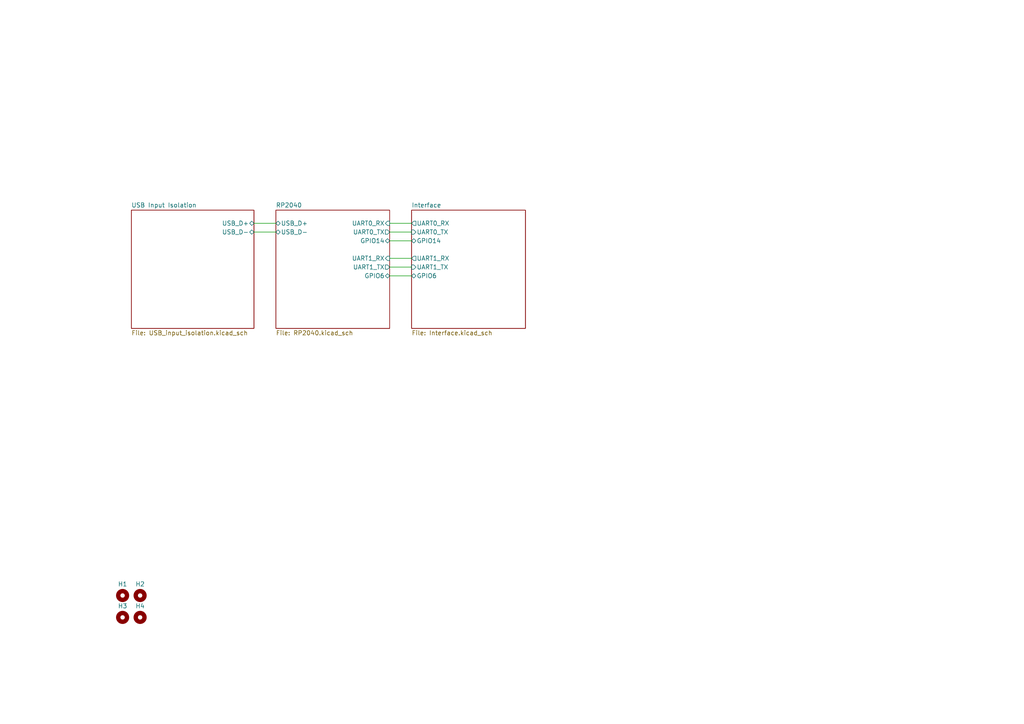
<source format=kicad_sch>
(kicad_sch (version 20250114) (generator "eeschema") (generator_version "9.0")
  (paper "A4")
  (lib_symbols
    (symbol "Mechanical:MountingHole" (pin_names (offset 1.016)) (in_bom no)
      (property "Reference" "H" (at 0 5.08 0))
      (property "Value" "MountingHole" (at 0 3.175 0))
      (symbol "MountingHole_0_1"
        (circle (center 0 0) (radius 1.27) (stroke (width 1.27)))
      )
    )
  )
  (wire (pts (xy 113.03 64.77) (xy 119.38 64.77)))
  (wire (pts (xy 113.03 80.01) (xy 119.38 80.01)))
  (wire (pts (xy 113.03 69.85) (xy 119.38 69.85)))
  (wire (pts (xy 113.03 67.31) (xy 119.38 67.31)))
  (wire (pts (xy 73.66 64.77) (xy 80.01 64.77)))
  (wire (pts (xy 113.03 74.93) (xy 119.38 74.93)))
  (wire (pts (xy 113.03 77.47) (xy 119.38 77.47)))
  (wire (pts (xy 73.66 67.31) (xy 80.01 67.31)))
  (symbol (lib_id "Mechanical:MountingHole") (at 35.56 172.72 0) (unit 1) (in_bom no)
    (property "Reference" "H1" (at 35.56 169.418 0))
    (property "Value" "MountingHole" (effects (hide yes)))
    (property "Footprint" "MountingHole:MountingHole_3.2mm_M3" (effects (hide yes)))
    (property "Description" "Mounting Hole without connection" (effects (hide yes)))
  )
  (symbol (lib_id "Mechanical:MountingHole") (at 35.56 179.07 0) (unit 1) (in_bom no)
    (property "Reference" "H3" (at 35.56 175.768 0))
    (property "Value" "MountingHole" (effects (hide yes)))
    (property "Footprint" "MountingHole:MountingHole_3.2mm_M3" (effects (hide yes)))
    (property "Description" "Mounting Hole without connection" (effects (hide yes)))
  )
  (symbol (lib_id "Mechanical:MountingHole") (at 40.64 172.72 0) (unit 1) (in_bom no)
    (property "Reference" "H2" (at 40.64 169.418 0))
    (property "Value" "MountingHole" (effects (hide yes)))
    (property "Footprint" "MountingHole:MountingHole_3.2mm_M3" (effects (hide yes)))
    (property "Description" "Mounting Hole without connection" (effects (hide yes)))
  )
  (symbol (lib_id "Mechanical:MountingHole") (at 40.64 179.07 0) (unit 1) (in_bom no)
    (property "Reference" "H4" (at 40.64 175.768 0))
    (property "Value" "MountingHole" (effects (hide yes)))
    (property "Footprint" "MountingHole:MountingHole_3.2mm_M3" (effects (hide yes)))
    (property "Description" "Mounting Hole without connection" (effects (hide yes)))
  )
  (sheet (at 119.38 60.96) (size 33.02 34.29) (stroke (width 0.1524))
    (property "Sheetname" "Interface" (at 119.38 60.2484 0) (effects (justify left bottom)))
    (property "Sheetfile" "Interface.kicad_sch" (at 119.38 95.8346 0) (effects (justify left top)))
    (pin "UART0_RX" output (at 119.38 64.77 180))
    (pin "GPIO6" bidirectional (at 119.38 80.01 180))
    (pin "UART1_RX" output (at 119.38 74.93 180))
    (pin "UART1_TX" input (at 119.38 77.47 180))
    (pin "GPIO14" bidirectional (at 119.38 69.85 180))
    (pin "UART0_TX" input (at 119.38 67.31 180))
  )
  (sheet (at 38.1 60.96) (size 35.56 34.29) (stroke (width 0.1524))
    (property "Sheetname" "USB Input Isolation" (at 38.1 60.2484 0) (effects (justify left bottom)))
    (property "Sheetfile" "USB_input_isolation.kicad_sch" (at 38.1 95.8346 0) (effects (justify left top)))
    (pin "USB_D-" bidirectional (at 73.66 67.31 0))
    (pin "USB_D+" bidirectional (at 73.66 64.77 0))
  )
  (sheet (at 80.01 60.96) (size 33.02 34.29) (stroke (width 0.1524))
    (property "Sheetname" "RP2040" (at 80.01 60.2484 0) (effects (justify left bottom)))
    (property "Sheetfile" "RP2040.kicad_sch" (at 80.01 95.8346 0) (effects (justify left top)))
    (pin "USB_D+" bidirectional (at 80.01 64.77 180))
    (pin "UART0_RX" input (at 113.03 64.77 0))
    (pin "GPIO14" bidirectional (at 113.03 69.85 0))
    (pin "GPIO6" bidirectional (at 113.03 80.01 0))
    (pin "UART0_TX" output (at 113.03 67.31 0))
    (pin "USB_D-" bidirectional (at 80.01 67.31 180))
    (pin "UART1_RX" input (at 113.03 74.93 0))
    (pin "UART1_TX" output (at 113.03 77.47 0))
  )
)
</source>
